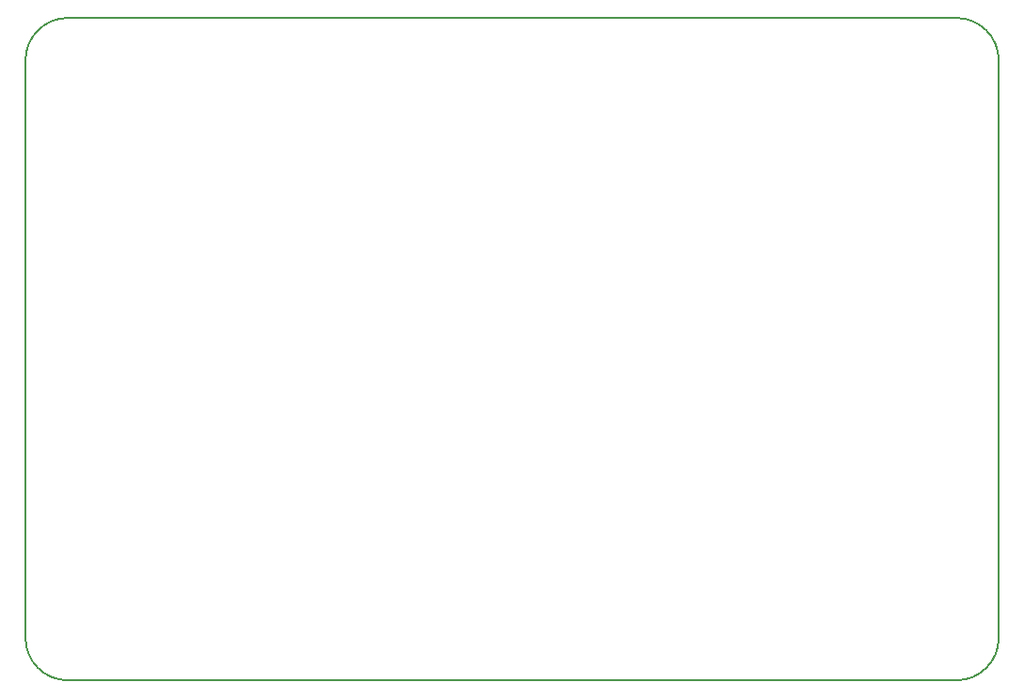
<source format=gbr>
G04 #@! TF.GenerationSoftware,KiCad,Pcbnew,5.0.2+dfsg1-1*
G04 #@! TF.CreationDate,2021-06-26T13:14:36+02:00*
G04 #@! TF.ProjectId,pico-hub75,7069636f-2d68-4756-9237-352e6b696361,rev?*
G04 #@! TF.SameCoordinates,Original*
G04 #@! TF.FileFunction,Profile,NP*
%FSLAX46Y46*%
G04 Gerber Fmt 4.6, Leading zero omitted, Abs format (unit mm)*
G04 Created by KiCad (PCBNEW 5.0.2+dfsg1-1) date sam. 26 juin 2021 13:14:36 CEST*
%MOMM*%
%LPD*%
G01*
G04 APERTURE LIST*
%ADD10C,0.200000*%
G04 APERTURE END LIST*
D10*
X152400000Y-57150000D02*
G75*
G02X156210000Y-53340000I3810000J0D01*
G01*
X156210000Y-113030000D02*
G75*
G02X152400000Y-109220000I0J3810000D01*
G01*
X240030000Y-109220000D02*
G75*
G02X236220000Y-113030000I-3810000J0D01*
G01*
X236220000Y-53340000D02*
G75*
G02X240030000Y-57150000I0J-3810000D01*
G01*
X152400000Y-109220000D02*
X152400000Y-57150000D01*
X236220000Y-113030000D02*
X156210000Y-113030000D01*
X240030000Y-57150000D02*
X240030000Y-109220000D01*
X156210000Y-53340000D02*
X236220000Y-53340000D01*
M02*

</source>
